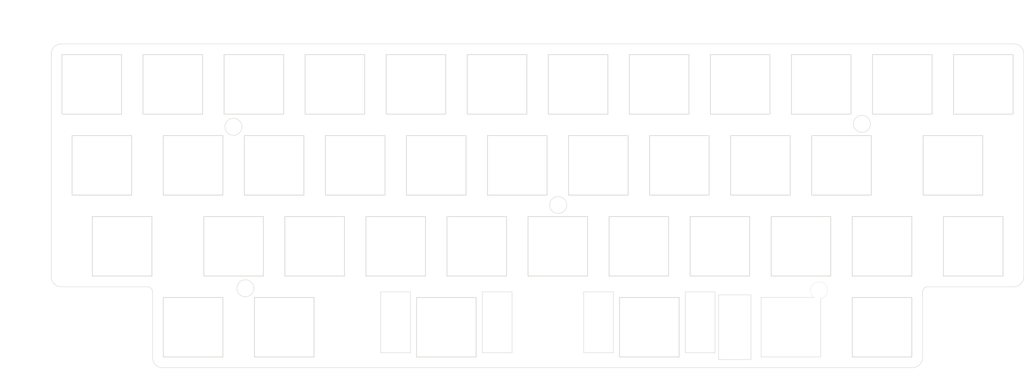
<source format=kicad_pcb>
(kicad_pcb (version 20211014) (generator pcbnew)
  (title_block (rev "1.0.0"))
  (layers (0 "F.Cu" signal) (31 "B.Cu" signal) (34 "B.Paste" user) (35 "F.Paste" user) (36 "B.SilkS" user "B.Silkscreen") (37 "F.SilkS" user "F.Silkscreen") (38 "B.Mask" user) (39 "F.Mask" user) (44 "Edge.Cuts" user))
  (net 0 "")
  (footprint "Marksard_Keyboard:m0ii040_Plate_Template_v1.0.0" (layer "F.Cu") (at 40.48125 54.76875)
    (fp_text reference "H1")
    (fp_text value "m0ii040_Plate_Template_v1.0.0")
    (fp_line (start -9.525 -7.14375) (end -9.525 45.24375) (layer "Edge.Cuts") (width 0.1))
    (fp_line (start 14.2875 48.815625) (end 14.2875 64.29375) (layer "Edge.Cuts") (width 0.1))
    (fp_line (start 216.69375 -9.525) (end -7.14375 -9.525) (layer "Edge.Cuts") (width 0.1))
    (fp_line (start 195.2625 64.29375) (end 195.2625 48.815625) (layer "Edge.Cuts") (width 0.1))
    (fp_line (start 16.66875 66.675) (end 192.88125 66.675) (layer "Edge.Cuts") (width 0.1))
    (fp_line (start 219.075 45.24375) (end 219.075 -7.14375) (layer "Edge.Cuts") (width 0.1))
    (fp_line (start -7.14375 47.625) (end 13.096875 47.625) (layer "Edge.Cuts") (width 0.1))
    (fp_line (start 196.453125 47.625) (end 216.69375 47.625) (layer "Edge.Cuts") (width 0.1))
    (fp_arc (start -9.525 -7.14375) (mid -8.827548 -8.827548) (end -7.14375 -9.525) (layer "Edge.Cuts") (width 0.1))
    (fp_arc (start 219.075 45.24375) (mid 218.377533 46.927533) (end 216.69375 47.625) (layer "Edge.Cuts") (width 0.1))
    (fp_arc (start 195.2625 48.815625) (mid 195.611219 47.973719) (end 196.453125 47.625) (layer "Edge.Cuts") (width 0.1))
    (fp_arc (start 16.66875 66.675) (mid 14.984952 65.977548) (end 14.2875 64.29375) (layer "Edge.Cuts") (width 0.1))
    (fp_arc (start 13.096875 47.625) (mid 13.938781 47.973719) (end 14.2875 48.815625) (layer "Edge.Cuts") (width 0.1))
    (fp_arc (start 195.2625 64.29375) (mid 194.565033 65.977533) (end 192.88125 66.675) (layer "Edge.Cuts") (width 0.1))
    (fp_arc (start -7.14375 47.625) (mid -8.827548 46.927548) (end -9.525 45.24375) (layer "Edge.Cuts") (width 0.1))
    (fp_arc (start 216.69375 -9.525) (mid 218.377533 -8.827533) (end 219.075 -7.14375) (layer "Edge.Cuts") (width 0.1))
    (fp_circle (center 36.109958 47.989904) (end 38.109958 47.989904) (layer "Edge.Cuts") (width 0.1) (fill none))
    (fp_circle (center 181.009958 9.289904) (end 183.009958 9.289904) (layer "Edge.Cuts") (width 0.1) (fill none))
    (fp_circle (center 33.309958 9.989904) (end 35.309958 9.989904) (layer "Edge.Cuts") (width 0.1) (fill none))
    (fp_circle (center 109.609958 28.389904) (end 111.609958 28.389904) (layer "Edge.Cuts") (width 0.1) (fill none))
  )
  (footprint "Marksard_Keyboard:SW_Hole" (layer "F.Cu") (at 250.03125 54.76875)
    (fp_text reference "SW12" hide)
    (fp_text value "BS")
    (fp_line (start -7 7) (end 7 7) (layer "Edge.Cuts") (width 0.15))
    (fp_line (start -7 -7) (end -7 7) (layer "Edge.Cuts") (width 0.15))
    (fp_line (start 7 7) (end 7 -7) (layer "Edge.Cuts") (width 0.15))
    (fp_line (start 7 -7) (end -7 -7) (layer "Edge.Cuts") (width 0.15))
  )
  (footprint "Marksard_Keyboard:SW_Hole" (layer "F.Cu") (at 83.34375 73.81875)
    (fp_text reference "SW15" hide)
    (fp_text value "S")
    (fp_line (start 7 -7) (end -7 -7) (layer "Edge.Cuts") (width 0.15))
    (fp_line (start -7 7) (end 7 7) (layer "Edge.Cuts") (width 0.15))
    (fp_line (start 7 7) (end 7 -7) (layer "Edge.Cuts") (width 0.15))
    (fp_line (start -7 -7) (end -7 7) (layer "Edge.Cuts") (width 0.15))
  )
  (footprint "Marksard_Keyboard:SW_Hole" (layer "F.Cu") (at 73.81875 92.86875)
    (fp_text reference "SW26" hide)
    (fp_text value "Z")
    (fp_line (start -7 -7) (end -7 7) (layer "Edge.Cuts") (width 0.15))
    (fp_line (start 7 7) (end 7 -7) (layer "Edge.Cuts") (width 0.15))
    (fp_line (start -7 7) (end 7 7) (layer "Edge.Cuts") (width 0.15))
    (fp_line (start 7 -7) (end -7 -7) (layer "Edge.Cuts") (width 0.15))
  )
  (footprint "Marksard_Keyboard:SW_Hole" (layer "F.Cu") (at 85.72475 111.91875)
    (fp_text reference "SW39" hide)
    (fp_text value "ALT")
    (fp_line (start -7 -7) (end -7 7) (layer "Edge.Cuts") (width 0.15))
    (fp_line (start 7 -7) (end -7 -7) (layer "Edge.Cuts") (width 0.15))
    (fp_line (start 7 7) (end 7 -7) (layer "Edge.Cuts") (width 0.15))
    (fp_line (start -7 7) (end 7 7) (layer "Edge.Cuts") (width 0.15))
  )
  (footprint "Marksard_Keyboard:SW_Hole" (layer "F.Cu") (at 102.39375 73.81875)
    (fp_text reference "SW16" hide)
    (fp_text value "D")
    (fp_line (start 7 7) (end 7 -7) (layer "Edge.Cuts") (width 0.15))
    (fp_line (start 7 -7) (end -7 -7) (layer "Edge.Cuts") (width 0.15))
    (fp_line (start -7 -7) (end -7 7) (layer "Edge.Cuts") (width 0.15))
    (fp_line (start -7 7) (end 7 7) (layer "Edge.Cuts") (width 0.15))
  )
  (footprint "Marksard_Keyboard:SW_Hole" (layer "F.Cu") (at 135.73125 54.76875)
    (fp_text reference "SW6" hide)
    (fp_text value "T")
    (fp_line (start 7 -7) (end -7 -7) (layer "Edge.Cuts") (width 0.15))
    (fp_line (start -7 -7) (end -7 7) (layer "Edge.Cuts") (width 0.15))
    (fp_line (start -7 7) (end 7 7) (layer "Edge.Cuts") (width 0.15))
    (fp_line (start 7 7) (end 7 -7) (layer "Edge.Cuts") (width 0.15))
  )
  (footprint "Marksard_Keyboard:SW_Hole" (layer "F.Cu") (at 178.59375 73.81875)
    (fp_text reference "SW20" hide)
    (fp_text value "J")
    (fp_line (start 7 -7) (end -7 -7) (layer "Edge.Cuts") (width 0.15))
    (fp_line (start 7 7) (end 7 -7) (layer "Edge.Cuts") (width 0.15))
    (fp_line (start -7 7) (end 7 7) (layer "Edge.Cuts") (width 0.15))
    (fp_line (start -7 -7) (end -7 7) (layer "Edge.Cuts") (width 0.15))
  )
  (footprint "Marksard_Keyboard:SW_Hole" (layer "F.Cu") (at 92.86875 92.86875)
    (fp_text reference "SW27" hide)
    (fp_text value "X")
    (fp_line (start 7 7) (end 7 -7) (layer "Edge.Cuts") (width 0.15))
    (fp_line (start -7 7) (end 7 7) (layer "Edge.Cuts") (width 0.15))
    (fp_line (start 7 -7) (end -7 -7) (layer "Edge.Cuts") (width 0.15))
    (fp_line (start -7 -7) (end -7 7) (layer "Edge.Cuts") (width 0.15))
  )
  (footprint "Marksard_Keyboard:SW_Hole" (layer "F.Cu") (at 40.48125 54.76875 180)
    (fp_text reference "SW1" hide)
    (fp_text value "ESC")
    (fp_line (start 7 7) (end 7 -7) (layer "Edge.Cuts") (width 0.15))
    (fp_line (start -7 7) (end 7 7) (layer "Edge.Cuts") (width 0.15))
    (fp_line (start -7 -7) (end -7 7) (layer "Edge.Cuts") (width 0.15))
    (fp_line (start 7 -7) (end -7 -7) (layer "Edge.Cuts") (width 0.15))
  )
  (footprint "Marksard_Keyboard:SW_Hole" (layer "F.Cu") (at 130.96875 92.86875)
    (fp_text reference "SW29" hide)
    (fp_text value "V")
    (fp_line (start -7 7) (end 7 7) (layer "Edge.Cuts") (width 0.15))
    (fp_line (start -7 -7) (end -7 7) (layer "Edge.Cuts") (width 0.15))
    (fp_line (start 7 7) (end 7 -7) (layer "Edge.Cuts") (width 0.15))
    (fp_line (start 7 -7) (end -7 -7) (layer "Edge.Cuts") (width 0.15))
  )
  (footprint "Marksard_Keyboard:SW_Hole_2" (layer "F.Cu") (at 123.82525 111.91875)
    (fp_text reference "SW40" hide)
    (fp_text value "BS")
    (fp_line (start -8.43805 5.9984) (end -8.43805 -8.3342) (layer "Edge.Cuts") (width 0.1))
    (fp_line (start 7 -7) (end -7 -7) (layer "Edge.Cuts") (width 0.15))
    (fp_line (start 15.43795 -8.3342) (end 8.43795 -8.3342) (layer "Edge.Cuts") (width 0.1))
    (fp_line (start -7 -7) (end -7 7) (layer "Edge.Cuts") (width 0.15))
    (fp_line (start 7 7) (end 7 -7) (layer "Edge.Cuts") (width 0.15))
    (fp_line (start 15.43795 5.9984) (end 15.43795 -8.3342) (layer "Edge.Cuts") (width 0.1))
    (fp_line (start 15.43795 5.9984) (end 8.43795 5.9984) (layer "Edge.Cuts") (width 0.1))
    (fp_line (start -7 7) (end 7 7) (layer "Edge.Cuts") (width 0.15))
    (fp_line (start -8.43805 -8.3342) (end -15.43805 -8.3342) (layer "Edge.Cuts") (width 0.1))
    (fp_line (start -15.43805 5.9984) (end -15.43805 -8.3342) (layer "Edge.Cuts") (width 0.1))
    (fp_line (start -8.43805 5.9984) (end -15.43805 5.9984) (layer "Edge.Cuts") (width 0.1))
    (fp_line (start 8.43795 5.9984) (end 8.43795 -8.3342) (layer "Edge.Cuts") (width 0.1))
  )
  (footprint "Marksard_Keyboard:SW_Hole" (layer "F.Cu") (at 216.69375 73.81875)
    (fp_text reference "SW22" hide)
    (fp_text value "L")
    (fp_line (start 7 -7) (end -7 -7) (layer "Edge.Cuts") (width 0.15))
    (fp_line (start -7 -7) (end -7 7) (layer "Edge.Cuts") (width 0.15))
    (fp_line (start -7 7) (end 7 7) (layer "Edge.Cuts") (width 0.15))
    (fp_line (start 7 7) (end 7 -7) (layer "Edge.Cuts") (width 0.15))
  )
  (footprint "Marksard_Keyboard:SW_Hole" (layer "F.Cu") (at 242.88775 73.81875)
    (fp_text reference "SW23" hide)
    (fp_text value "ENT")
    (fp_line (start -7 7) (end 7 7) (layer "Edge.Cuts") (width 0.15))
    (fp_line (start -7 -7) (end -7 7) (layer "Edge.Cuts") (width 0.15))
    (fp_line (start 7 -7) (end -7 -7) (layer "Edge.Cuts") (width 0.15))
    (fp_line (start 7 7) (end 7 -7) (layer "Edge.Cuts") (width 0.15))
  )
  (footprint "Marksard_Keyboard:SW_Hole" (layer "F.Cu") (at 247.64975 92.86875)
    (fp_text reference "SW35" hide)
    (fp_text value "SHIFT")
    (fp_line (start -7 7) (end 7 7) (layer "Edge.Cuts") (width 0.15))
    (fp_line (start 7 7) (end 7 -7) (layer "Edge.Cuts") (width 0.15))
    (fp_line (start 7 -7) (end -7 -7) (layer "Edge.Cuts") (width 0.15))
    (fp_line (start -7 -7) (end -7 7) (layer "Edge.Cuts") (width 0.15))
  )
  (footprint "Marksard_Keyboard:SW_Hole" (layer "F.Cu") (at 59.53125 54.76875 180)
    (fp_text reference "SW2" hide)
    (fp_text value "Q")
    (fp_line (start 7 7) (end 7 -7) (layer "Edge.Cuts") (width 0.15))
    (fp_line (start -7 7) (end 7 7) (layer "Edge.Cuts") (width 0.15))
    (fp_line (start -7 -7) (end -7 7) (layer "Edge.Cuts") (width 0.15))
    (fp_line (start 7 -7) (end -7 -7) (layer "Edge.Cuts") (width 0.15))
  )
  (footprint "Marksard_Keyboard:SW_Hole" (layer "F.Cu") (at 150.01875 92.86875)
    (fp_text reference "SW30" hide)
    (fp_text value "B")
    (fp_line (start -7 -7) (end -7 7) (layer "Edge.Cuts") (width 0.15))
    (fp_line (start 7 -7) (end -7 -7) (layer "Edge.Cuts") (width 0.15))
    (fp_line (start 7 7) (end 7 -7) (layer "Edge.Cuts") (width 0.15))
    (fp_line (start -7 7) (end 7 7) (layer "Edge.Cuts") (width 0.15))
  )
  (footprint "Marksard_Keyboard:SW_Hole" (layer "F.Cu") (at 121.44375 73.81875)
    (fp_text reference "SW17" hide)
    (fp_text value "F")
    (fp_line (start 7 -7) (end -7 -7) (layer "Edge.Cuts") (width 0.15))
    (fp_line (start 7 7) (end 7 -7) (layer "Edge.Cuts") (width 0.15))
    (fp_line (start -7 7) (end 7 7) (layer "Edge.Cuts") (width 0.15))
    (fp_line (start -7 -7) (end -7 7) (layer "Edge.Cuts") (width 0.15))
  )
  (footprint "Marksard_Keyboard:SW_Hole" (layer "F.Cu") (at 111.91875 92.86875)
    (fp_text reference "SW28" hide)
    (fp_text value "C")
    (fp_line (start -7 7) (end 7 7) (layer "Edge.Cuts") (width 0.15))
    (fp_line (start 7 7) (end 7 -7) (layer "Edge.Cuts") (width 0.15))
    (fp_line (start 7 -7) (end -7 -7) (layer "Edge.Cuts") (width 0.15))
    (fp_line (start -7 -7) (end -7 7) (layer "Edge.Cuts") (width 0.15))
  )
  (footprint "Marksard_Keyboard:SW_Hole" (layer "F.Cu") (at 159.54375 73.81875)
    (fp_text reference "SW19" hide)
    (fp_text value "H")
    (fp_line (start 7 -7) (end -7 -7) (layer "Edge.Cuts") (width 0.15))
    (fp_line (start 7 7) (end 7 -7) (layer "Edge.Cuts") (width 0.15))
    (fp_line (start -7 7) (end 7 7) (layer "Edge.Cuts") (width 0.15))
    (fp_line (start -7 -7) (end -7 7) (layer "Edge.Cuts") (width 0.15))
  )
  (footprint "Marksard_Keyboard:SW_Hole" (layer "F.Cu") (at 78.58125 54.76875)
    (fp_text reference "SW3" hide)
    (fp_text value "W")
    (fp_line (start -7 -7) (end -7 7) (layer "Edge.Cuts") (width 0.15))
    (fp_line (start 7 7) (end 7 -7) (layer "Edge.Cuts") (width 0.15))
    (fp_line (start -7 7) (end 7 7) (layer "Edge.Cuts") (width 0.15))
    (fp_line (start 7 -7) (end -7 -7) (layer "Edge.Cuts") (width 0.15))
  )
  (footprint "Marksard_Keyboard:SW_Hole" (layer "F.Cu") (at 197.64375 73.81875)
    (fp_text reference "SW21" hide)
    (fp_text value "K")
    (fp_line (start 7 -7) (end -7 -7) (layer "Edge.Cuts") (width 0.15))
    (fp_line (start 7 7) (end 7 -7) (layer "Edge.Cuts") (width 0.15))
    (fp_line (start -7 -7) (end -7 7) (layer "Edge.Cuts") (width 0.15))
    (fp_line (start -7 7) (end 7 7) (layer "Edge.Cuts") (width 0.15))
  )
  (footprint "Marksard_Keyboard:SW_Hole" (layer "F.Cu") (at 230.98125 54.76875)
    (fp_text reference "SW11" hide)
    (fp_text value "P")
    (fp_line (start 7 7) (end 7 -7) (layer "Edge.Cuts") (width 0.15))
    (fp_line (start -7 -7) (end -7 7) (layer "Edge.Cuts") (width 0.15))
    (fp_line (start 7 -7) (end -7 -7) (layer "Edge.Cuts") (width 0.15))
    (fp_line (start -7 7) (end 7 7) (layer "Edge.Cuts") (width 0.15))
  )
  (footprint "Marksard_Keyboard:SW_Hole" (layer "F.Cu") (at 64.29375 111.91875)
    (fp_text reference "SW38" hide)
    (fp_text value "WIN")
    (fp_line (start 7 -7) (end -7 -7) (layer "Edge.Cuts") (width 0.15))
    (fp_line (start -7 7) (end 7 7) (layer "Edge.Cuts") (width 0.15))
    (fp_line (start -7 -7) (end -7 7) (layer "Edge.Cuts") (width 0.15))
    (fp_line (start 7 7) (end 7 -7) (layer "Edge.Cuts") (width 0.15))
  )
  (footprint "Marksard_Keyboard:SW_Hole" (layer "F.Cu") (at 47.62525 92.86875)
    (fp_text reference "SW25" hide)
    (fp_text value "SHIFT")
    (fp_line (start -7 -7) (end -7 7) (layer "Edge.Cuts") (width 0.15))
    (fp_line (start -7 7) (end 7 7) (layer "Edge.Cuts") (width 0.15))
    (fp_line (start 7 7) (end 7 -7) (layer "Edge.Cuts") (width 0.15))
    (fp_line (start 7 -7) (end -7 -7) (layer "Edge.Cuts") (width 0.15))
  )
  (footprint "Marksard_Keyboard:SW_Hole" (layer "F.Cu") (at 207.16875 92.86875)
    (fp_text reference "SW33" hide)
    (fp_text value ",")
    (fp_line (start -7 -7) (end -7 7) (layer "Edge.Cuts") (width 0.15))
    (fp_line (start 7 7) (end 7 -7) (layer "Edge.Cuts") (width 0.15))
    (fp_line (start -7 7) (end 7 7) (layer "Edge.Cuts") (width 0.15))
    (fp_line (start 7 -7) (end -7 -7) (layer "Edge.Cuts") (width 0.15))
  )
  (footprint "Marksard_Keyboard:SW_Hole" (layer "F.Cu") (at 188.11875 92.86875)
    (fp_text reference "SW32" hide)
    (fp_text value "M")
    (fp_line (start 7 7) (end 7 -7) (layer "Edge.Cuts") (width 0.15))
    (fp_line (start 7 -7) (end -7 -7) (layer "Edge.Cuts") (width 0.15))
    (fp_line (start -7 -7) (end -7 7) (layer "Edge.Cuts") (width 0.15))
    (fp_line (start -7 7) (end 7 7) (layer "Edge.Cuts") (width 0.15))
  )
  (footprint "Marksard_Keyboard:SW_Hole" (layer "F.Cu") (at 97.63125 54.76875)
    (fp_text reference "SW4" hide)
    (fp_text value "E")
    (fp_line (start 7 -7) (end -7 -7) (layer "Edge.Cuts") (width 0.15))
    (fp_line (start -7 -7) (end -7 7) (layer "Edge.Cuts") (width 0.15))
    (fp_line (start -7 7) (end 7 7) (layer "Edge.Cuts") (width 0.15))
    (fp_line (start 7 7) (end 7 -7) (layer "Edge.Cuts") (width 0.15))
  )
  (footprint "Marksard_Keyboard:SW_Hole" (layer "F.Cu") (at 154.78125 54.76875)
    (fp_text reference "SW7" hide)
    (fp_text value "Y")
    (fp_line (start -7 7) (end 7 7) (layer "Edge.Cuts") (width 0.15))
    (fp_line (start 7 -7) (end -7 -7) (layer "Edge.Cuts") (width 0.15))
    (fp_line (start 7 7) (end 7 -7) (layer "Edge.Cuts") (width 0.15))
    (fp_line (start -7 -7) (end -7 7) (layer "Edge.Cuts") (width 0.15))
  )
  (footprint "Marksard_Keyboard:SW_Hole" (layer "F.Cu") (at 226.21875 92.86875)
    (fp_text reference "SW34" hide)
    (fp_text value ".")
    (fp_line (start 7 7) (end 7 -7) (layer "Edge.Cuts") (width 0.15))
    (fp_line (start 7 -7) (end -7 -7) (layer "Edge.Cuts") (width 0.15))
    (fp_line (start -7 7) (end 7 7) (layer "Edge.Cuts") (width 0.15))
    (fp_line (start -7 -7) (end -7 7) (layer "Edge.Cuts") (width 0.15))
  )
  (footprint "Marksard_Keyboard:SW_Hole" (layer "F.Cu") (at 173.83125 54.76875)
    (fp_text reference "SW8" hide)
    (fp_text value "U")
    (fp_line (start 7 7) (end 7 -7) (layer "Edge.Cuts") (width 0.15))
    (fp_line (start -7 7) (end 7 7) (layer "Edge.Cuts") (width 0.15))
    (fp_line (start -7 -7) (end -7 7) (layer "Edge.Cuts") (width 0.15))
    (fp_line (start 7 -7) (end -7 -7) (layer "Edge.Cuts") (width 0.15))
  )
  (footprint "Marksard_Keyboard:SW_Hole" (layer "F.Cu") (at 140.49375 73.81875)
    (fp_text reference "SW18" hide)
    (fp_text value "G")
    (fp_line (start -7 7) (end 7 7) (layer "Edge.Cuts") (width 0.15))
    (fp_line (start -7 -7) (end -7 7) (layer "Edge.Cuts") (width 0.15))
    (fp_line (start 7 7) (end 7 -7) (layer "Edge.Cuts") (width 0.15))
    (fp_line (start 7 -7) (end -7 -7) (layer "Edge.Cuts") (width 0.15))
  )
  (footprint "Marksard_Keyboard:SW_Hole" (layer "F.Cu") (at 64.29375 73.81875)
    (fp_text reference "SW14" hide)
    (fp_text value "A")
    (fp_line (start 7 -7) (end -7 -7) (layer "Edge.Cuts") (width 0.15))
    (fp_line (start -7 7) (end 7 7) (layer "Edge.Cuts") (width 0.15))
    (fp_line (start -7 -7) (end -7 7) (layer "Edge.Cuts") (width 0.15))
    (fp_line (start 7 7) (end 7 -7) (layer "Edge.Cuts") (width 0.15))
  )
  (footprint "Marksard_Keyboard:SW_Hole" (layer "F.Cu") (at 226.21875 111.91875)
    (fp_text reference "SW44" hide)
    (fp_text value "APP")
    (fp_line (start 7 -7) (end -7 -7) (layer "Edge.Cuts") (width 0.15))
    (fp_line (start -7 7) (end 7 7) (layer "Edge.Cuts") (width 0.15))
    (fp_line (start -7 -7) (end -7 7) (layer "Edge.Cuts") (width 0.15))
    (fp_line (start 7 7) (end 7 -7) (layer "Edge.Cuts") (width 0.15))
  )
  (footprint "Marksard_Keyboard:SW_Hole" (layer "F.Cu") (at 169.06875 92.86875)
    (fp_text reference "SW31" hide)
    (fp_text value "N")
    (fp_line (start 7 -7) (end -7 -7) (layer "Edge.Cuts") (width 0.15))
    (fp_line (start -7 7) (end 7 7) (layer "Edge.Cuts") (width 0.15))
    (fp_line (start -7 -7) (end -7 7) (layer "Edge.Cuts") (width 0.15))
    (fp_line (start 7 7) (end 7 -7) (layer "Edge.Cuts") (width 0.15))
  )
  (footprint "Marksard_Keyboard:SW_Hole" (layer "F.Cu") (at 211.93125 54.76875)
    (fp_text reference "SW10" hide)
    (fp_text value "O")
    (fp_line (start -7 -7) (end -7 7) (layer "Edge.Cuts") (width 0.15))
    (fp_line (start 7 7) (end 7 -7) (layer "Edge.Cuts") (width 0.15))
    (fp_line (start -7 7) (end 7 7) (layer "Edge.Cuts") (width 0.15))
    (fp_line (start 7 -7) (end -7 -7) (layer "Edge.Cuts") (width 0.15))
  )
  (footprint "Marksard_Keyboard:SW_Hole_2" (layer "F.Cu") (at 171.52435 111.91875)
    (fp_text reference "SW42" hide)
    (fp_text value "SPC")
    (fp_line (start 7 7) (end 7 -7) (layer "Edge.Cuts") (width 0.15))
    (fp_line (start -7 7) (end 7 7) (layer "Edge.Cuts") (width 0.15))
    (fp_line (start 15.43795 5.9984) (end 8.43795 5.9984) (layer "Edge.Cuts") (width 0.1))
    (fp_line (start 15.43795 -8.3342) (end 8.43795 -8.3342) (layer "Edge.Cuts") (width 0.1))
    (fp_line (start -8.43805 5.9984) (end -8.43805 -8.3342) (layer "Edge.Cuts") (width 0.1))
    (fp_line (start -8.43805 -8.3342) (end -15.43805 -8.3342) (layer "Edge.Cuts") (width 0.1))
    (fp_line (start -15.43805 5.9984) (end -15.43805 -8.3342) (layer "Edge.Cuts") (width 0.1))
    (fp_line (start -8.43805 5.9984) (end -15.43805 5.9984) (layer "Edge.Cuts") (width 0.1))
    (fp_line (start 7 -7) (end -7 -7) (layer "Edge.Cuts") (width 0.15))
    (fp_line (start 8.43795 5.9984) (end 8.43795 -8.3342) (layer "Edge.Cuts") (width 0.1))
    (fp_line (start -7 -7) (end -7 7) (layer "Edge.Cuts") (width 0.15))
    (fp_line (start 15.43795 5.9984) (end 15.43795 -8.3342) (layer "Edge.Cuts") (width 0.1))
  )
  (footprint "Marksard_Keyboard:SW_Hole" (layer "F.Cu") (at 192.88125 54.76875)
    (fp_text reference "SW9" hide)
    (fp_text value "I")
    (fp_line (start 7 7) (end 7 -7) (layer "Edge.Cuts") (width 0.15))
    (fp_line (start -7 7) (end 7 7) (layer "Edge.Cuts") (width 0.15))
    (fp_line (start 7 -7) (end -7 -7) (layer "Edge.Cuts") (width 0.15))
    (fp_line (start -7 -7) (end -7 7) (layer "Edge.Cuts") (width 0.15))
  )
  (footprint "Marksard_Keyboard:SW_Hole" (layer "F.Cu") (at 116.68125 54.76875)
    (fp_text reference "SW5" hide)
    (fp_text value "R")
    (fp_line (start -7 -7) (end -7 7) (layer "Edge.Cuts") (width 0.15))
    (fp_line (start -7 7) (end 7 7) (layer "Edge.Cuts") (width 0.15))
    (fp_line (start 7 7) (end 7 -7) (layer "Edge.Cuts") (width 0.15))
    (fp_line (start 7 -7) (end -7 -7) (layer "Edge.Cuts") (width 0.15))
  )
  (footprint "Marksard_Keyboard:SW_Hole" (layer "F.Cu") (at 42.86225 73.81875)
    (fp_text reference "SW13" hide)
    (fp_text value "CTRL")
    (fp_line (start 7 7) (end 7 -7) (layer "Edge.Cuts") (width 0.15))
    (fp_line (start -7 7) (end 7 7) (layer "Edge.Cuts") (width 0.15))
    (fp_line (start -7 -7) (end -7 7) (layer "Edge.Cuts") (width 0.15))
    (fp_line (start 7 -7) (end -7 -7) (layer "Edge.Cuts") (width 0.15))
  )
  (gr_arc (start 210.28025 104.93375) (mid 211.776173 101.274515) (end 211.785018 105.227705) (layer "Edge.Cuts") (width 0.05))
  (gr_line (start 197.78725 104.91875) (end 210.28025 104.93375) (layer "Edge.Cuts") (width 0.1))
  (gr_rect (start 187.80125 104.29875) (end 195.42125 119.53875) (layer "Edge.Cuts") (width 0.1) (fill none))
  (gr_line (start 197.78725 118.91875) (end 211.78725 118.91875) (layer "Edge.Cuts") (width 0.1))
  (gr_line (start 211.78725 118.91875) (end 211.785018 105.227705) (layer "Edge.Cuts") (width 0.1))
  (gr_line (start 197.78725 104.91875) (end 197.78725 118.91875) (layer "Edge.Cuts") (width 0.1))
)
</source>
